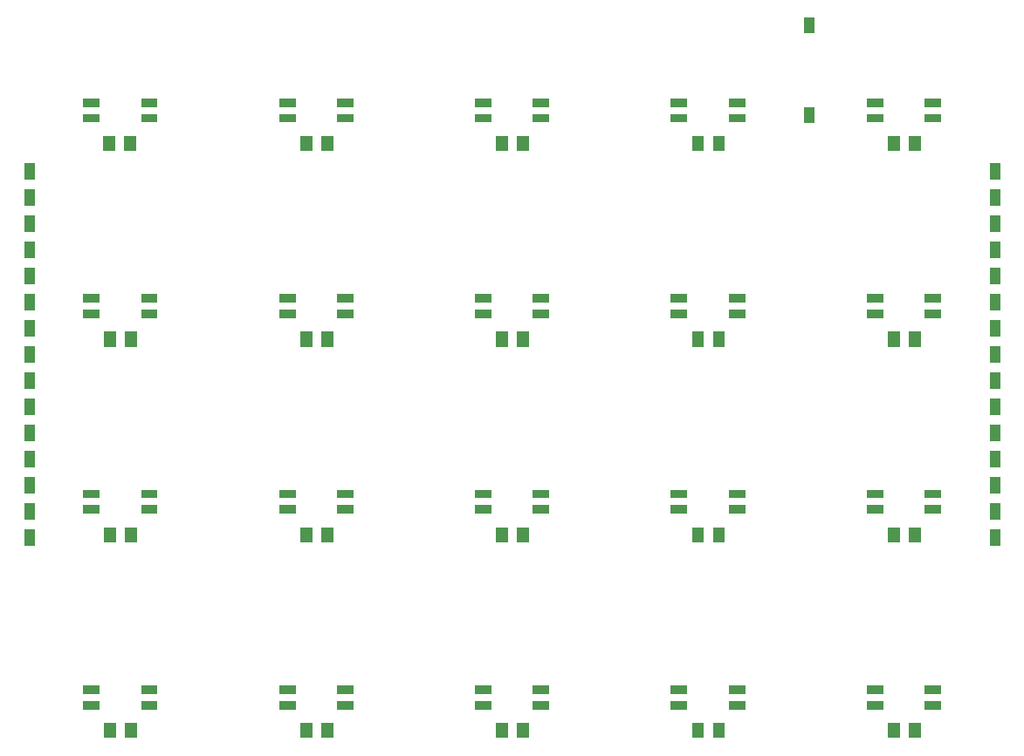
<source format=gbp>
G04 Layer: BottomPasteMaskLayer*
G04 EasyEDA v6.5.9, 2022-07-27 19:44:39*
G04 76ed2510ce1c47f1be3c58ea14bf5d85,facc937cdf584d0a9360c289f8e84b41,10*
G04 Gerber Generator version 0.2*
G04 Scale: 100 percent, Rotated: No, Reflected: No *
G04 Dimensions in millimeters *
G04 leading zeros omitted , absolute positions ,4 integer and 5 decimal *
%FSLAX45Y45*%
%MOMM*%

%ADD10C,0.0001*%

%LPD*%
G36*
X-9614339Y-6169400D02*
G01*
X-9614339Y-6011920D01*
X-9714339Y-6011920D01*
X-9714339Y-6169400D01*
G37*
G36*
X-9614339Y-5915400D02*
G01*
X-9614339Y-5757920D01*
X-9714339Y-5757920D01*
X-9714339Y-5915400D01*
G37*
G36*
X-9614339Y-5661400D02*
G01*
X-9614339Y-5503920D01*
X-9714339Y-5503920D01*
X-9714339Y-5661400D01*
G37*
G36*
X-9614339Y-6423400D02*
G01*
X-9614339Y-6265920D01*
X-9714339Y-6265920D01*
X-9714339Y-6423400D01*
G37*
G36*
X-9614339Y-5153403D02*
G01*
X-9614339Y-4995923D01*
X-9714339Y-4995923D01*
X-9714339Y-5153403D01*
G37*
G36*
X-9614339Y-5407403D02*
G01*
X-9614339Y-5249923D01*
X-9714339Y-5249923D01*
X-9714339Y-5407403D01*
G37*
G36*
X-9614362Y-4137372D02*
G01*
X-9614362Y-3979898D01*
X-9714367Y-3979898D01*
X-9714367Y-4137372D01*
G37*
G36*
X-9614362Y-4391367D02*
G01*
X-9614362Y-4233890D01*
X-9714367Y-4233890D01*
X-9714367Y-4391367D01*
G37*
G36*
X-9614362Y-4645367D02*
G01*
X-9614362Y-4487890D01*
X-9714367Y-4487890D01*
X-9714367Y-4645367D01*
G37*
G36*
X-9614362Y-4899367D02*
G01*
X-9614362Y-4741890D01*
X-9714367Y-4741890D01*
X-9714367Y-4899367D01*
G37*
G36*
X-9614359Y-3121398D02*
G01*
X-9614359Y-2963915D01*
X-9714354Y-2963915D01*
X-9714354Y-3121398D01*
G37*
G36*
X-9614359Y-3375398D02*
G01*
X-9614359Y-3217915D01*
X-9714354Y-3217915D01*
X-9714354Y-3375398D01*
G37*
G36*
X-9614359Y-3629395D02*
G01*
X-9614359Y-3471915D01*
X-9714354Y-3471915D01*
X-9714354Y-3629395D01*
G37*
G36*
X-9614359Y-3883390D02*
G01*
X-9614359Y-3725908D01*
X-9714354Y-3725908D01*
X-9714354Y-3883390D01*
G37*
G36*
X-9614359Y-2867405D02*
G01*
X-9614359Y-2709923D01*
X-9714349Y-2709923D01*
X-9714349Y-2867405D01*
G37*
G36*
X-352229Y-2964535D02*
G01*
X-352229Y-3122015D01*
X-252229Y-3122015D01*
X-252229Y-2964535D01*
G37*
G36*
X-352229Y-3218535D02*
G01*
X-352229Y-3376015D01*
X-252229Y-3376015D01*
X-252229Y-3218535D01*
G37*
G36*
X-352229Y-3472535D02*
G01*
X-352229Y-3630015D01*
X-252229Y-3630015D01*
X-252229Y-3472535D01*
G37*
G36*
X-352229Y-2710535D02*
G01*
X-352229Y-2868015D01*
X-252229Y-2868015D01*
X-252229Y-2710535D01*
G37*
G36*
X-352229Y-3980533D02*
G01*
X-352229Y-4138013D01*
X-252229Y-4138013D01*
X-252229Y-3980533D01*
G37*
G36*
X-352229Y-3726533D02*
G01*
X-352229Y-3884013D01*
X-252229Y-3884013D01*
X-252229Y-3726533D01*
G37*
G36*
X-352206Y-4996563D02*
G01*
X-352206Y-5154038D01*
X-252201Y-5154038D01*
X-252201Y-4996563D01*
G37*
G36*
X-352206Y-4742568D02*
G01*
X-352206Y-4900046D01*
X-252201Y-4900046D01*
X-252201Y-4742568D01*
G37*
G36*
X-352206Y-4488568D02*
G01*
X-352206Y-4646046D01*
X-252201Y-4646046D01*
X-252201Y-4488568D01*
G37*
G36*
X-352206Y-4234568D02*
G01*
X-352206Y-4392046D01*
X-252201Y-4392046D01*
X-252201Y-4234568D01*
G37*
G36*
X-352209Y-6012538D02*
G01*
X-352209Y-6170020D01*
X-252214Y-6170020D01*
X-252214Y-6012538D01*
G37*
G36*
X-352209Y-5758538D02*
G01*
X-352209Y-5916020D01*
X-252214Y-5916020D01*
X-252214Y-5758538D01*
G37*
G36*
X-352209Y-5504540D02*
G01*
X-352209Y-5662020D01*
X-252214Y-5662020D01*
X-252214Y-5504540D01*
G37*
G36*
X-352209Y-5250545D02*
G01*
X-352209Y-5408028D01*
X-252214Y-5408028D01*
X-252214Y-5250545D01*
G37*
G36*
X-352209Y-6266530D02*
G01*
X-352209Y-6424013D01*
X-252219Y-6424013D01*
X-252219Y-6266530D01*
G37*
G36*
X-8947990Y-2589491D02*
G01*
X-8831988Y-2589491D01*
X-8831988Y-2444493D01*
X-8947990Y-2444493D01*
G37*
G36*
X-8744790Y-2589491D02*
G01*
X-8628788Y-2589491D01*
X-8628788Y-2444493D01*
X-8744790Y-2444493D01*
G37*
G36*
X-7039594Y-2589491D02*
G01*
X-6923592Y-2589491D01*
X-6923592Y-2444493D01*
X-7039594Y-2444493D01*
G37*
G36*
X-6836394Y-2589491D02*
G01*
X-6720392Y-2589491D01*
X-6720392Y-2444493D01*
X-6836394Y-2444493D01*
G37*
G36*
X-5139598Y-2589491D02*
G01*
X-5023596Y-2589491D01*
X-5023596Y-2444493D01*
X-5139598Y-2444493D01*
G37*
G36*
X-4936398Y-2589491D02*
G01*
X-4820396Y-2589491D01*
X-4820396Y-2444493D01*
X-4936398Y-2444493D01*
G37*
G36*
X-3239602Y-2589491D02*
G01*
X-3123600Y-2589491D01*
X-3123600Y-2444493D01*
X-3239602Y-2444493D01*
G37*
G36*
X-3036402Y-2589491D02*
G01*
X-2920400Y-2589491D01*
X-2920400Y-2444493D01*
X-3036402Y-2444493D01*
G37*
G36*
X-1339606Y-2589491D02*
G01*
X-1223604Y-2589491D01*
X-1223604Y-2444493D01*
X-1339606Y-2444493D01*
G37*
G36*
X-1136406Y-2589491D02*
G01*
X-1020404Y-2589491D01*
X-1020404Y-2444493D01*
X-1136406Y-2444493D01*
G37*
G36*
X-1339606Y-4489488D02*
G01*
X-1223604Y-4489488D01*
X-1223604Y-4344489D01*
X-1339606Y-4344489D01*
G37*
G36*
X-1136406Y-4489488D02*
G01*
X-1020404Y-4489488D01*
X-1020404Y-4344489D01*
X-1136406Y-4344489D01*
G37*
G36*
X-3239602Y-4489488D02*
G01*
X-3123600Y-4489488D01*
X-3123600Y-4344489D01*
X-3239602Y-4344489D01*
G37*
G36*
X-3036402Y-4489488D02*
G01*
X-2920400Y-4489488D01*
X-2920400Y-4344489D01*
X-3036402Y-4344489D01*
G37*
G36*
X-5139598Y-4489488D02*
G01*
X-5023596Y-4489488D01*
X-5023596Y-4344489D01*
X-5139598Y-4344489D01*
G37*
G36*
X-4936398Y-4489488D02*
G01*
X-4820396Y-4489488D01*
X-4820396Y-4344489D01*
X-4936398Y-4344489D01*
G37*
G36*
X-7038004Y-4489485D02*
G01*
X-6922002Y-4489485D01*
X-6922002Y-4344487D01*
X-7038004Y-4344487D01*
G37*
G36*
X-6834804Y-4489485D02*
G01*
X-6718802Y-4489485D01*
X-6718802Y-4344487D01*
X-6834804Y-4344487D01*
G37*
G36*
X-8939590Y-4489488D02*
G01*
X-8823589Y-4489488D01*
X-8823589Y-4344489D01*
X-8939590Y-4344489D01*
G37*
G36*
X-8736390Y-4489488D02*
G01*
X-8620389Y-4489488D01*
X-8620389Y-4344489D01*
X-8736390Y-4344489D01*
G37*
G36*
X-1339606Y-6389484D02*
G01*
X-1223604Y-6389484D01*
X-1223604Y-6244485D01*
X-1339606Y-6244485D01*
G37*
G36*
X-1136406Y-6389484D02*
G01*
X-1020404Y-6389484D01*
X-1020404Y-6244485D01*
X-1136406Y-6244485D01*
G37*
G36*
X-3239602Y-6389484D02*
G01*
X-3123600Y-6389484D01*
X-3123600Y-6244485D01*
X-3239602Y-6244485D01*
G37*
G36*
X-3036402Y-6389484D02*
G01*
X-2920400Y-6389484D01*
X-2920400Y-6244485D01*
X-3036402Y-6244485D01*
G37*
G36*
X-5139598Y-6389484D02*
G01*
X-5023596Y-6389484D01*
X-5023596Y-6244485D01*
X-5139598Y-6244485D01*
G37*
G36*
X-4936398Y-6389484D02*
G01*
X-4820396Y-6389484D01*
X-4820396Y-6244485D01*
X-4936398Y-6244485D01*
G37*
G36*
X-7039594Y-6389484D02*
G01*
X-6923592Y-6389484D01*
X-6923592Y-6244485D01*
X-7039594Y-6244485D01*
G37*
G36*
X-6836394Y-6389484D02*
G01*
X-6720392Y-6389484D01*
X-6720392Y-6244485D01*
X-6836394Y-6244485D01*
G37*
G36*
X-8939590Y-6389484D02*
G01*
X-8823589Y-6389484D01*
X-8823589Y-6244485D01*
X-8939590Y-6244485D01*
G37*
G36*
X-8736390Y-6389484D02*
G01*
X-8620389Y-6389484D01*
X-8620389Y-6244485D01*
X-8736390Y-6244485D01*
G37*
G36*
X-1339606Y-8289480D02*
G01*
X-1223604Y-8289480D01*
X-1223604Y-8144482D01*
X-1339606Y-8144482D01*
G37*
G36*
X-1136406Y-8289480D02*
G01*
X-1020404Y-8289480D01*
X-1020404Y-8144482D01*
X-1136406Y-8144482D01*
G37*
G36*
X-3239602Y-8289480D02*
G01*
X-3123600Y-8289480D01*
X-3123600Y-8144482D01*
X-3239602Y-8144482D01*
G37*
G36*
X-3036402Y-8289480D02*
G01*
X-2920400Y-8289480D01*
X-2920400Y-8144482D01*
X-3036402Y-8144482D01*
G37*
G36*
X-5139598Y-8289480D02*
G01*
X-5023596Y-8289480D01*
X-5023596Y-8144482D01*
X-5139598Y-8144482D01*
G37*
G36*
X-4936398Y-8289480D02*
G01*
X-4820396Y-8289480D01*
X-4820396Y-8144482D01*
X-4936398Y-8144482D01*
G37*
G36*
X-7039594Y-8289480D02*
G01*
X-6923592Y-8289480D01*
X-6923592Y-8144482D01*
X-7039594Y-8144482D01*
G37*
G36*
X-6836394Y-8289480D02*
G01*
X-6720392Y-8289480D01*
X-6720392Y-8144482D01*
X-6836394Y-8144482D01*
G37*
G36*
X-8939590Y-8289480D02*
G01*
X-8823589Y-8289480D01*
X-8823589Y-8144482D01*
X-8939590Y-8144482D01*
G37*
G36*
X-8736390Y-8289480D02*
G01*
X-8620389Y-8289480D01*
X-8620389Y-8144482D01*
X-8736390Y-8144482D01*
G37*
G36*
X-2150795Y-1293797D02*
G01*
X-2150795Y-1446197D01*
X-2049195Y-1446197D01*
X-2049195Y-1293797D01*
G37*
G36*
X-2150795Y-2168801D02*
G01*
X-2150795Y-2321201D01*
X-2049195Y-2321201D01*
X-2049195Y-2168801D01*
G37*
G36*
X-8423107Y-2229863D02*
G01*
X-8583107Y-2229863D01*
X-8583107Y-2311864D01*
X-8423107Y-2311864D01*
G37*
G36*
X-8984452Y-2229863D02*
G01*
X-9144452Y-2229863D01*
X-9144452Y-2311864D01*
X-8984452Y-2311864D01*
G37*
G36*
X-8984452Y-2079861D02*
G01*
X-9144452Y-2079861D01*
X-9144452Y-2161862D01*
X-8984452Y-2161862D01*
G37*
G36*
X-8423107Y-2079861D02*
G01*
X-8583107Y-2079861D01*
X-8583107Y-2161862D01*
X-8423107Y-2161862D01*
G37*
G36*
X-6523113Y-2229860D02*
G01*
X-6683113Y-2229860D01*
X-6683113Y-2311862D01*
X-6523113Y-2311862D01*
G37*
G36*
X-7084458Y-2229860D02*
G01*
X-7244458Y-2229860D01*
X-7244458Y-2311862D01*
X-7084458Y-2311862D01*
G37*
G36*
X-7084458Y-2079858D02*
G01*
X-7244458Y-2079858D01*
X-7244458Y-2161860D01*
X-7084458Y-2161860D01*
G37*
G36*
X-6523113Y-2079858D02*
G01*
X-6683113Y-2079858D01*
X-6683113Y-2161860D01*
X-6523113Y-2161860D01*
G37*
G36*
X-4623117Y-2229860D02*
G01*
X-4783117Y-2229860D01*
X-4783117Y-2311862D01*
X-4623117Y-2311862D01*
G37*
G36*
X-5184462Y-2229860D02*
G01*
X-5344462Y-2229860D01*
X-5344462Y-2311862D01*
X-5184462Y-2311862D01*
G37*
G36*
X-5184462Y-2079858D02*
G01*
X-5344462Y-2079858D01*
X-5344462Y-2161860D01*
X-5184462Y-2161860D01*
G37*
G36*
X-4623117Y-2079858D02*
G01*
X-4783117Y-2079858D01*
X-4783117Y-2161860D01*
X-4623117Y-2161860D01*
G37*
G36*
X-2723121Y-2229860D02*
G01*
X-2883120Y-2229860D01*
X-2883120Y-2311862D01*
X-2723121Y-2311862D01*
G37*
G36*
X-3284466Y-2229860D02*
G01*
X-3444466Y-2229860D01*
X-3444466Y-2311862D01*
X-3284466Y-2311862D01*
G37*
G36*
X-3284466Y-2079858D02*
G01*
X-3444466Y-2079858D01*
X-3444466Y-2161860D01*
X-3284466Y-2161860D01*
G37*
G36*
X-2723121Y-2079858D02*
G01*
X-2883120Y-2079858D01*
X-2883120Y-2161860D01*
X-2723121Y-2161860D01*
G37*
G36*
X-823125Y-2229860D02*
G01*
X-983124Y-2229860D01*
X-983124Y-2311862D01*
X-823125Y-2311862D01*
G37*
G36*
X-1384470Y-2229860D02*
G01*
X-1544469Y-2229860D01*
X-1544469Y-2311862D01*
X-1384470Y-2311862D01*
G37*
G36*
X-1384470Y-2079858D02*
G01*
X-1544469Y-2079858D01*
X-1544469Y-2161860D01*
X-1384470Y-2161860D01*
G37*
G36*
X-823125Y-2079858D02*
G01*
X-983124Y-2079858D01*
X-983124Y-2161860D01*
X-823125Y-2161860D01*
G37*
G36*
X-823125Y-4129857D02*
G01*
X-983124Y-4129857D01*
X-983124Y-4211858D01*
X-823125Y-4211858D01*
G37*
G36*
X-1384470Y-4129857D02*
G01*
X-1544469Y-4129857D01*
X-1544469Y-4211858D01*
X-1384470Y-4211858D01*
G37*
G36*
X-1384470Y-3979854D02*
G01*
X-1544469Y-3979854D01*
X-1544469Y-4061856D01*
X-1384470Y-4061856D01*
G37*
G36*
X-823125Y-3979854D02*
G01*
X-983124Y-3979854D01*
X-983124Y-4061856D01*
X-823125Y-4061856D01*
G37*
G36*
X-2723121Y-4129857D02*
G01*
X-2883120Y-4129857D01*
X-2883120Y-4211858D01*
X-2723121Y-4211858D01*
G37*
G36*
X-3284466Y-4129857D02*
G01*
X-3444466Y-4129857D01*
X-3444466Y-4211858D01*
X-3284466Y-4211858D01*
G37*
G36*
X-3284466Y-3979854D02*
G01*
X-3444466Y-3979854D01*
X-3444466Y-4061856D01*
X-3284466Y-4061856D01*
G37*
G36*
X-2723121Y-3979854D02*
G01*
X-2883120Y-3979854D01*
X-2883120Y-4061856D01*
X-2723121Y-4061856D01*
G37*
G36*
X-4623117Y-4129857D02*
G01*
X-4783117Y-4129857D01*
X-4783117Y-4211858D01*
X-4623117Y-4211858D01*
G37*
G36*
X-5184462Y-4129857D02*
G01*
X-5344462Y-4129857D01*
X-5344462Y-4211858D01*
X-5184462Y-4211858D01*
G37*
G36*
X-5184462Y-3979854D02*
G01*
X-5344462Y-3979854D01*
X-5344462Y-4061856D01*
X-5184462Y-4061856D01*
G37*
G36*
X-4623117Y-3979854D02*
G01*
X-4783117Y-3979854D01*
X-4783117Y-4061856D01*
X-4623117Y-4061856D01*
G37*
G36*
X-6523113Y-4129857D02*
G01*
X-6683113Y-4129857D01*
X-6683113Y-4211858D01*
X-6523113Y-4211858D01*
G37*
G36*
X-7084458Y-4129857D02*
G01*
X-7244458Y-4129857D01*
X-7244458Y-4211858D01*
X-7084458Y-4211858D01*
G37*
G36*
X-7084458Y-3979854D02*
G01*
X-7244458Y-3979854D01*
X-7244458Y-4061856D01*
X-7084458Y-4061856D01*
G37*
G36*
X-6523113Y-3979854D02*
G01*
X-6683113Y-3979854D01*
X-6683113Y-4061856D01*
X-6523113Y-4061856D01*
G37*
G36*
X-8423109Y-4129857D02*
G01*
X-8583109Y-4129857D01*
X-8583109Y-4211858D01*
X-8423109Y-4211858D01*
G37*
G36*
X-8984454Y-4129857D02*
G01*
X-9144454Y-4129857D01*
X-9144454Y-4211858D01*
X-8984454Y-4211858D01*
G37*
G36*
X-8984454Y-3979854D02*
G01*
X-9144454Y-3979854D01*
X-9144454Y-4061856D01*
X-8984454Y-4061856D01*
G37*
G36*
X-8423109Y-3979854D02*
G01*
X-8583109Y-3979854D01*
X-8583109Y-4061856D01*
X-8423109Y-4061856D01*
G37*
G36*
X-823125Y-6029853D02*
G01*
X-983124Y-6029853D01*
X-983124Y-6111854D01*
X-823125Y-6111854D01*
G37*
G36*
X-1384470Y-6029853D02*
G01*
X-1544469Y-6029853D01*
X-1544469Y-6111854D01*
X-1384470Y-6111854D01*
G37*
G36*
X-1384470Y-5879851D02*
G01*
X-1544469Y-5879851D01*
X-1544469Y-5961852D01*
X-1384470Y-5961852D01*
G37*
G36*
X-823125Y-5879851D02*
G01*
X-983124Y-5879851D01*
X-983124Y-5961852D01*
X-823125Y-5961852D01*
G37*
G36*
X-2723121Y-6029853D02*
G01*
X-2883120Y-6029853D01*
X-2883120Y-6111854D01*
X-2723121Y-6111854D01*
G37*
G36*
X-3284466Y-6029853D02*
G01*
X-3444466Y-6029853D01*
X-3444466Y-6111854D01*
X-3284466Y-6111854D01*
G37*
G36*
X-3284466Y-5879851D02*
G01*
X-3444466Y-5879851D01*
X-3444466Y-5961852D01*
X-3284466Y-5961852D01*
G37*
G36*
X-2723121Y-5879851D02*
G01*
X-2883120Y-5879851D01*
X-2883120Y-5961852D01*
X-2723121Y-5961852D01*
G37*
G36*
X-4623117Y-6029853D02*
G01*
X-4783117Y-6029853D01*
X-4783117Y-6111854D01*
X-4623117Y-6111854D01*
G37*
G36*
X-5184462Y-6029853D02*
G01*
X-5344462Y-6029853D01*
X-5344462Y-6111854D01*
X-5184462Y-6111854D01*
G37*
G36*
X-5184462Y-5879851D02*
G01*
X-5344462Y-5879851D01*
X-5344462Y-5961852D01*
X-5184462Y-5961852D01*
G37*
G36*
X-4623117Y-5879851D02*
G01*
X-4783117Y-5879851D01*
X-4783117Y-5961852D01*
X-4623117Y-5961852D01*
G37*
G36*
X-6523113Y-6029853D02*
G01*
X-6683113Y-6029853D01*
X-6683113Y-6111854D01*
X-6523113Y-6111854D01*
G37*
G36*
X-7084458Y-6029853D02*
G01*
X-7244458Y-6029853D01*
X-7244458Y-6111854D01*
X-7084458Y-6111854D01*
G37*
G36*
X-7084458Y-5879851D02*
G01*
X-7244458Y-5879851D01*
X-7244458Y-5961852D01*
X-7084458Y-5961852D01*
G37*
G36*
X-6523113Y-5879851D02*
G01*
X-6683113Y-5879851D01*
X-6683113Y-5961852D01*
X-6523113Y-5961852D01*
G37*
G36*
X-8423109Y-6029853D02*
G01*
X-8583109Y-6029853D01*
X-8583109Y-6111854D01*
X-8423109Y-6111854D01*
G37*
G36*
X-8984454Y-6029853D02*
G01*
X-9144454Y-6029853D01*
X-9144454Y-6111854D01*
X-8984454Y-6111854D01*
G37*
G36*
X-8984454Y-5879851D02*
G01*
X-9144454Y-5879851D01*
X-9144454Y-5961852D01*
X-8984454Y-5961852D01*
G37*
G36*
X-8423109Y-5879851D02*
G01*
X-8583109Y-5879851D01*
X-8583109Y-5961852D01*
X-8423109Y-5961852D01*
G37*
G36*
X-823125Y-7929849D02*
G01*
X-983124Y-7929849D01*
X-983124Y-8011850D01*
X-823125Y-8011850D01*
G37*
G36*
X-1384470Y-7929849D02*
G01*
X-1544469Y-7929849D01*
X-1544469Y-8011850D01*
X-1384470Y-8011850D01*
G37*
G36*
X-1384470Y-7779847D02*
G01*
X-1544469Y-7779847D01*
X-1544469Y-7861848D01*
X-1384470Y-7861848D01*
G37*
G36*
X-823125Y-7779847D02*
G01*
X-983124Y-7779847D01*
X-983124Y-7861848D01*
X-823125Y-7861848D01*
G37*
G36*
X-2723121Y-7929849D02*
G01*
X-2883120Y-7929849D01*
X-2883120Y-8011850D01*
X-2723121Y-8011850D01*
G37*
G36*
X-3284466Y-7929849D02*
G01*
X-3444466Y-7929849D01*
X-3444466Y-8011850D01*
X-3284466Y-8011850D01*
G37*
G36*
X-3284466Y-7779847D02*
G01*
X-3444466Y-7779847D01*
X-3444466Y-7861848D01*
X-3284466Y-7861848D01*
G37*
G36*
X-2723121Y-7779847D02*
G01*
X-2883120Y-7779847D01*
X-2883120Y-7861848D01*
X-2723121Y-7861848D01*
G37*
G36*
X-4623117Y-7929849D02*
G01*
X-4783117Y-7929849D01*
X-4783117Y-8011850D01*
X-4623117Y-8011850D01*
G37*
G36*
X-5184462Y-7929849D02*
G01*
X-5344462Y-7929849D01*
X-5344462Y-8011850D01*
X-5184462Y-8011850D01*
G37*
G36*
X-5184462Y-7779847D02*
G01*
X-5344462Y-7779847D01*
X-5344462Y-7861848D01*
X-5184462Y-7861848D01*
G37*
G36*
X-4623117Y-7779847D02*
G01*
X-4783117Y-7779847D01*
X-4783117Y-7861848D01*
X-4623117Y-7861848D01*
G37*
G36*
X-6523113Y-7929849D02*
G01*
X-6683113Y-7929849D01*
X-6683113Y-8011850D01*
X-6523113Y-8011850D01*
G37*
G36*
X-7084458Y-7929849D02*
G01*
X-7244458Y-7929849D01*
X-7244458Y-8011850D01*
X-7084458Y-8011850D01*
G37*
G36*
X-7084458Y-7779847D02*
G01*
X-7244458Y-7779847D01*
X-7244458Y-7861848D01*
X-7084458Y-7861848D01*
G37*
G36*
X-6523113Y-7779847D02*
G01*
X-6683113Y-7779847D01*
X-6683113Y-7861848D01*
X-6523113Y-7861848D01*
G37*
G36*
X-8423109Y-7929849D02*
G01*
X-8583109Y-7929849D01*
X-8583109Y-8011850D01*
X-8423109Y-8011850D01*
G37*
G36*
X-8984454Y-7929849D02*
G01*
X-9144454Y-7929849D01*
X-9144454Y-8011850D01*
X-8984454Y-8011850D01*
G37*
G36*
X-8984454Y-7779847D02*
G01*
X-9144454Y-7779847D01*
X-9144454Y-7861848D01*
X-8984454Y-7861848D01*
G37*
G36*
X-8423109Y-7779847D02*
G01*
X-8583109Y-7779847D01*
X-8583109Y-7861848D01*
X-8423109Y-7861848D01*
G37*
M02*

</source>
